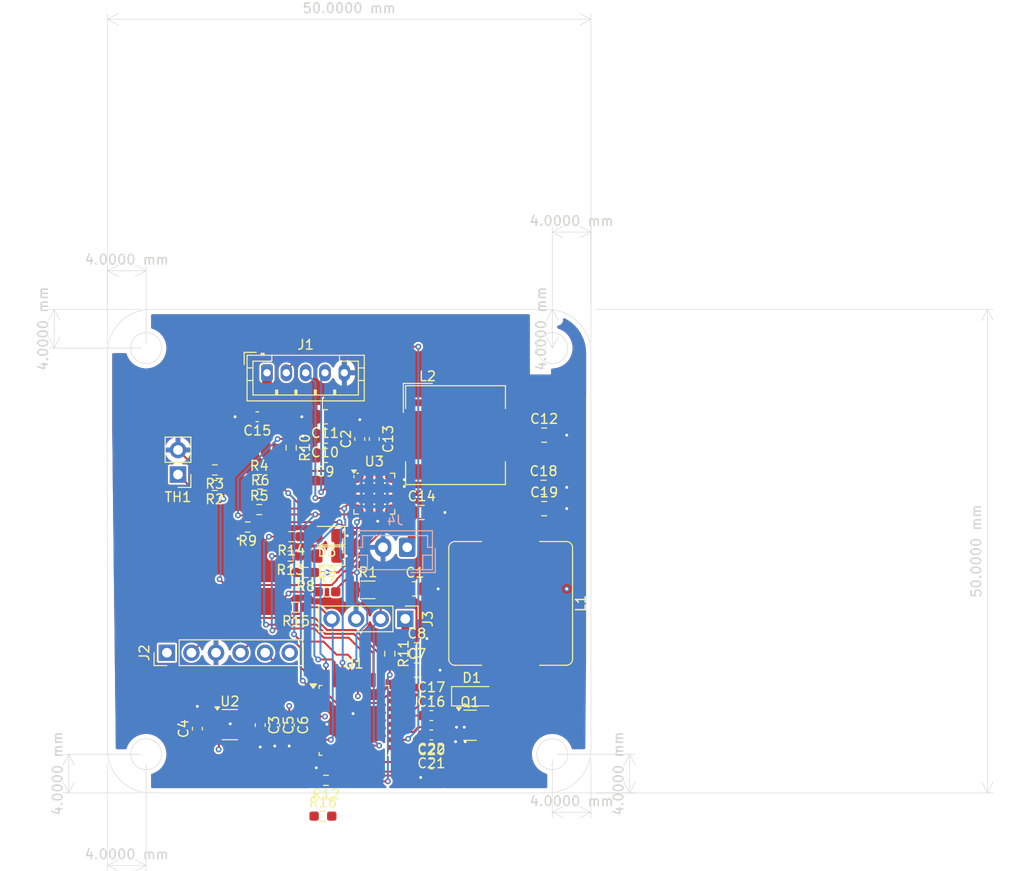
<source format=kicad_pcb>
(kicad_pcb (version 20240108) (generator "pcbnew") (generator_version "8.0")
  (layers (0 "F.Cu" signal) (1 "In1.Cu" power) (2 "In2.Cu" power) (31 "B.Cu" signal) (34 "B.Paste" user) (35 "F.Paste" user) (36 "B.SilkS" user "B.Silkscreen") (37 "F.SilkS" user "F.Silkscreen") (38 "B.Mask" user) (39 "F.Mask" user) (44 "Edge.Cuts" user))
  (net 0 "")
  (net 1 "+12V")
  (net 2 "GND")
  (net 3 "Net-(U3-REGN)")
  (net 4 "+3V3")
  (net 5 "VSYS")
  (net 6 "Net-(U3-PMID)")
  (net 7 "Net-(U3-BTST)")
  (net 8 "+BATT")
  (net 9 "VBUS")
  (net 10 "Net-(U1-PA10{slash}UCPD1_DBCC2)")
  (net 11 "GATE")
  (net 12 "Net-(U1-PA11{slash}PA9)")
  (net 13 "Net-(U1-PA7)")
  (net 14 "Net-(U1-PB0)")
  (net 15 "Net-(U1-PB1)")
  (net 16 "Net-(D1-A)")
  (net 17 "D+")
  (net 18 "CC1")
  (net 19 "D-")
  (net 20 "SYS_SWCLK")
  (net 21 "SYS_SWDIO")
  (net 23 "NRST")
  (net 24 "Ambient_Light")
  (net 25 "I_SNS")
  (net 26 "Net-(R2-Pad2)")
  (net 27 "Net-(U3-TS)")
  (net 28 "STAT")
  (net 29 "SDA")
  (net 30 "SCL")
  (net 31 "INT")
  (net 32 "CE")
  (net 33 "OTG")
  (net 34 "Net-(U3-DSEL)")
  (net 35 "U_SNS")
  (net 36 "Net-(U1-PB3)")
  (net 37 "Net-(U1-PA15)")
  (net 49 "/Battery-Charger/SW")
  (net 50 "Net-(D2-A)")
  (net 51 "Net-(D3-A)")
  (footprint "Resistor_SMD:R_0603_1608Metric_Pad0.98x0.95mm_HandSolder" (layer "F.Cu") (at 136.2 87.2)
    (property "Reference" "R5")
    (property "Value" "10k")
  )
  (footprint "Resistor_SMD:R_0603_1608Metric_Pad0.98x0.95mm_HandSolder" (layer "F.Cu") (at 142.7875 118.9)
    (property "Reference" "R16")
    (property "Value" "10k")
  )
  (footprint "Capacitor_SMD:C_0805_2012Metric_Pad1.18x1.45mm_HandSolder" (layer "F.Cu") (at 165.6625 87.1)
    (property "Reference" "C19")
    (property "Value" "22uf, 25VDC")
  )
  (footprint "Capacitor_SMD:C_0603_1608Metric_Pad1.08x0.95mm_HandSolder" (layer "F.Cu") (at 146.6 79.9 90)
    (property "Reference" "C2")
    (property "Value" "4.7uF 10V")
  )
  (footprint "Package_TO_SOT_SMD:SOT-23" (layer "F.Cu") (at 158 109.5)
    (property "Reference" "Q1")
    (property "Value" "DMG3404L")
  )
  (footprint "LED_SMD:LED_0805_2012Metric_Pad1.15x1.40mm_HandSolder" (layer "F.Cu") (at 143.2 92 180)
    (property "Reference" "D2")
    (property "Value" "Green")
  )
  (footprint "Capacitor_SMD:C_0805_2012Metric_Pad1.18x1.45mm_HandSolder" (layer "F.Cu") (at 143 81.6 180)
    (property "Reference" "C9")
    (property "Value" "22uf, 25VDC")
  )
  (footprint "Capacitor_SMD:C_0603_1608Metric_Pad1.08x0.95mm_HandSolder" (layer "F.Cu") (at 136 77.6 180)
    (property "Reference" "C15")
    (property "Value" "1uF, 25VDC")
  )
  (footprint "Resistor_SMD:R_0603_1608Metric_Pad0.98x0.95mm_HandSolder" (layer "F.Cu") (at 141 93.7 180)
    (property "Reference" "R8")
    (property "Value" "10k")
  )
  (footprint "Package_DFN_QFN:Texas_RTW_WQFN-24-1EP_4x4mm_P0.5mm_EP2.7x2.7mm_ThermalVias" (layer "F.Cu") (at 148.1 85.55)
    (property "Reference" "U3")
    (property "Value" "BQ25895RTW")
  )
  (footprint "Capacitor_SMD:C_0805_2012Metric_Pad1.18x1.45mm_HandSolder" (layer "F.Cu") (at 165.6 84.9)
    (property "Reference" "C18")
    (property "Value" "22uf, 25VDC")
  )
  (footprint "Resistor_SMD:R_0603_1608Metric_Pad0.98x0.95mm_HandSolder" (layer "F.Cu") (at 139.5 80.8 -90)
    (property "Reference" "R10")
    (property "Value" "10k")
  )
  (footprint "Capacitor_SMD:C_0603_1608Metric_Pad1.08x0.95mm_HandSolder" (layer "F.Cu") (at 139.3 109.4875 -90)
    (property "Reference" "C6")
    (property "Value" "100n 10V")
  )
  (footprint "Capacitor_SMD:C_0805_2012Metric_Pad1.18x1.45mm_HandSolder" (layer "F.Cu") (at 143 79.6 180)
    (property "Reference" "C10")
    (property "Value" "22uf, 25VDC")
  )
  (footprint "LED_SMD:LED_0805_2012Metric_Pad1.15x1.40mm_HandSolder" (layer "F.Cu") (at 143.2 89.9 180)
    (property "Reference" "D3")
    (property "Value" "Red")
  )
  (footprint "Capacitor_SMD:C_0805_2012Metric_Pad1.18x1.45mm_HandSolder" (layer "F.Cu") (at 152.5 101.7)
    (property "Reference" "C8")
    (property "Value" "22uf, 25VDC")
  )
  (footprint "Package_TO_SOT_SMD:SOT-23-5" (layer "F.Cu") (at 133.1625 109.4375)
    (property "Reference" "U2")
    (property "Value" "MIC5504-3.3YM5")
  )
  (footprint "Capacitor_SMD:C_0805_2012Metric_Pad1.18x1.45mm_HandSolder" (layer "F.Cu") (at 165.6625 79.5)
    (property "Reference" "C12")
    (property "Value" "22uf, 25VDC")
  )
  (footprint "Capacitor_SMD:C_0805_2012Metric_Pad1.18x1.45mm_HandSolder" (layer "F.Cu") (at 143 77.6 180)
    (property "Reference" "C11")
    (property "Value" "22uf, 25VDC")
  )
  (footprint "Resistor_SMD:R_0603_1608Metric_Pad0.98x0.95mm_HandSolder" (layer "F.Cu") (at 149.7 102.1 -90)
    (property "Reference" "R11")
    (property "Value" "30.1k")
  )
  (footprint "Capacitor_SMD:C_0805_2012Metric_Pad1.18x1.45mm_HandSolder" (layer "F.Cu") (at 153 87.5)
    (property "Reference" "C14")
    (property "Value" "22uf, 25VDC")
  )
  (footprint "Package_QFP:LQFP-32_7x7mm_P0.8mm" (layer "F.Cu") (at 146 109)
    (property "Reference" "U1")
    (property "Value" "STM32G071KBTx")
  )
  (footprint "Resistor_SMD:R_1206_3216Metric_Pad1.30x1.75mm_HandSolder" (layer "F.Cu") (at 147.45 95.5)
    (property "Reference" "R1")
    (property "Value" "0.5 Ohm 1W")
  )
  (footprint "Resistor_SMD:R_0603_1608Metric_Pad0.98x0.95mm_HandSolder" (layer "F.Cu") (at 143.2 95.7)
    (property "Reference" "R7")
    (property "Value" "10k")
  )
  (footprint "Resistor_SMD:R_0603_1608Metric_Pad0.98x0.95mm_HandSolder" (layer "F.Cu") (at 135 89 180)
    (property "Reference" "R9")
    (property "Value" "10k")
  )
  (footprint "Capacitor_SMD:C_0603_1608Metric_Pad1.08x0.95mm_HandSolder" (layer "F.Cu") (at 154 112 180)
    (property "Reference" "C21")
    (property "Value" "47nF")
  )
  (footprint "Inductor_SMD:L_Bourns_SRR1260_handsolder" (layer "F.Cu") (at 162.2 96.9 -90)
    (property "Reference" "L1")
    (property "Value" "22uH 4A")
  )
  (footprint "Capacitor_SMD:C_0603_1608Metric_Pad1.08x0.95mm_HandSolder" (layer "F.Cu") (at 137.8 109.4875 -90)
    (property "Reference" "C5")
    (property "Value" "4.7uF 10V")
  )
  (footprint "Resistor_SMD:R_0603_1608Metric_Pad0.98x0.95mm_HandSolder" (layer "F.Cu") (at 139.5125 90 180)
    (property "Reference" "R14")
    (property "Value" "10k")
  )
  (footprint "Capacitor_SMD:C_0603_1608Metric_Pad1.08x0.95mm_HandSolder" (layer "F.Cu") (at 154 113.5)
    (property "Reference" "C20")
    (property "Value" "47nF")
  )
  (footprint "Resistor_SMD:R_0603_1608Metric_Pad0.98x0.95mm_HandSolder" (layer "F.Cu") (at 131.6 83.1 180)
    (property "Reference" "R3")
    (property "Value" "30.1k")
  )
  (footprint "Resistor_SMD:R_0603_1608Metric_Pad0.98x0.95mm_HandSolder" (layer "F.Cu") (at 131.6 84.7 180)
    (property "Reference" "R2")
    (property "Value" "5.2K")
  )
  (footprint "Resistor_SMD:R_0603_1608Metric_Pad0.98x0.95mm_HandSolder" (layer "F.Cu") (at 139.425 92 180)
    (property "Reference" "R13")
    (property "Value" "10k")
  )
  (footprint "Connector_PinHeader_2.54mm:PinHeader_1x06_P2.54mm_Vertical" (layer "F.Cu") (at 126.65 102 90)
    (property "Reference" "J2")
    (property "Value" "Conn_01x06")
  )
  (footprint "Connector_PinHeader_2.54mm:PinHeader_1x04_P2.54mm_Vertical" (layer "F.Cu") (at 151.3 98.5 -90)
    (property "Reference" "J3")
    (property "Value" "Conn_01x04")
  )
  (footprint "Connector_PinHeader_2.54mm:PinHeader_1x02_P2.54mm_Vertical" (layer "F.Cu") (at 127.8 83.575 180)
    (property "Reference" "TH1")
    (property "Value" "103AT-2")
  )
  (footprint "Capacitor_SMD:C_0603_1608Metric_Pad1.08x0.95mm_HandSolder" (layer "F.Cu") (at 154 110.5 180)
    (property "Reference" "C22")
    (property "Value" "47nF")
  )
  (footprint "Capacitor_SMD:C_0603_1608Metric_Pad1.08x0.95mm_HandSolder" (layer "F.Cu") (at 148.1 79.9 -90)
    (property "Reference" "C13")
    (property "Value" "47nF")
  )
  (footprint "Capacitor_SMD:C_0603_1608Metric_Pad1.08x0.95mm_HandSolder" (layer "F.Cu") (at 136.3 109.4875 -90)
    (property "Reference" "C3")
    (property "Value" "1uF, 25VDC")
  )
  (footprint "Resistor_SMD:R_0603_1608Metric_Pad0.98x0.95mm_HandSolder" (layer "F.Cu") (at 140 97.3 180)
    (property "Reference" "R15")
    (property "Value" "10k")
  )
  (footprint "Inductor_SMD:L_PSA_WLPMA0A040" (layer "F.Cu") (at 156.5 79.5)
    (property "Reference" "L2")
    (property "Value" "2.2uH 10A")
  )
  (footprint "Capacitor_SMD:C_0603_1608Metric_Pad1.08x0.95mm_HandSolder" (layer "F.Cu") (at 154 108.5)
    (property "Reference" "C16")
    (property "Value" "47nF")
  )
  (footprint "Resistor_SMD:R_0603_1608Metric_Pad0.98x0.95mm_HandSolder" (layer "F.Cu") (at 136.2 84.1)
    (property "Reference" "R4")
    (property "Value" "10k")
  )
  (footprint "Resistor_SMD:R_0603_1608Metric_Pad0.98x0.95mm_HandSolder" (layer "F.Cu") (at 143.1 115.2 180)
    (property "Reference" "R12")
    (property "Value" "10k")
  )
  (footprint "Resistor_SMD:R_0603_1608Metric_Pad0.98x0.95mm_HandSolder" (layer "F.Cu") (at 136.3 85.6)
    (property "Reference" "R6")
    (property "Value" "10k")
  )
  (footprint "Connector_JST:JST_PH_B5B-PH-K_1x05_P2.00mm_Vertical" (layer "F.Cu") (at 137 73.05)
    (property "Reference" "J1")
    (property "Value" "Conn_01x05")
  )
  (footprint "Diode_SMD:D_SOD-123F" (layer "F.Cu") (at 158.3 106.5)
    (property "Reference" "D1")
    (property "Value" "PMEG3020EH")
  )
  (footprint "Capacitor_SMD:C_0805_2012Metric_Pad1.18x1.45mm_HandSolder" (layer "F.Cu") (at 152.5 103.8)
    (property "Reference" "C7")
    (property "Value" "22uf, 25VDC")
  )
  (footprint "Capacitor_SMD:C_0603_1608Metric_Pad1.08x0.95mm_HandSolder" (layer "F.Cu") (at 154 107)
    (property "Reference" "C17")
    (property "Value" "47nF")
  )
  (footprint "Capacitor_SMD:C_0603_1608Metric_Pad1.08x0.95mm_HandSolder" (layer "F.Cu") (at 129.8 109.85 90)
    (property "Reference" "C4")
    (property "Value" "1uF, 25VDC")
  )
  (footprint "Capacitor_SMD:C_0805_2012Metric_Pad1.18x1.45mm_HandSolder" (layer "F.Cu") (at 152.3 95.4)
    (property "Reference" "C1")
    (property "Value" "22uf, 25VDC")
  )
  (footprint "Connector_JST:JST_EH_B2B-EH-A_1x02_P2.50mm_Vertical" (layer "B.Cu") (at 151.5 91.1 180)
    (property "Reference" "J4")
    (property "Value" "Conn_01x02")
  )
  (gr_line (start 125 116.5) (end 166 116.5) (stroke (width 0.05)) (layer "Edge.Cuts"))
  (gr_arc (start 170.5 112) (mid 169.181981 115.181981) (end 166 116.5) (stroke (width 0.05)) (layer "Edge.Cuts"))
  (gr_line (start 170.5 112) (end 170.5 71) (stroke (width 0.05)) (layer "Edge.Cuts"))
  (gr_arc (start 125 116.5) (mid 121.818019 115.181981) (end 120.5 112) (stroke (width 0.05)) (layer "Edge.Cuts"))
  (gr_arc (start 166 66.5) (mid 169.181981 67.818019) (end 170.5 71) (stroke (width 0.05)) (layer "Edge.Cuts"))
  (gr_line (start 166 66.5) (end 125 66.5) (stroke (width 0.05)) (layer "Edge.Cuts"))
  (gr_circle (center 124.5 70.5) (end 126.1 70.5) (stroke (width 0.05)) (fill none) (layer "Edge.Cuts"))
  (gr_line (start 120.5 71) (end 120.5 112) (stroke (width 0.05)) (layer "Edge.Cuts"))
  (gr_arc (start 120.5 71) (mid 121.818019 67.818019) (end 125 66.5) (stroke (width 0.05)) (layer "Edge.Cuts"))
  (gr_circle (center 166.5 70.5) (end 168.1 70.5) (stroke (width 0.05)) (fill none) (layer "Edge.Cuts"))
  (gr_circle (center 124.5 112.5) (end 126.1 112.5) (stroke (width 0.05)) (fill none) (layer "Edge.Cuts"))
  (gr_circle (center 166.5 112.5) (end 168.1 112.5) (stroke (width 0.05)) (fill none) (layer "Edge.Cuts"))
  (dimension (type aligned) (layer "Edge.Cuts") (pts (xy 170.5 66.5) (xy 120.5 66.5)) (height 30) (gr_text "50.0000 mm" (at 145.5 35.35 0) (layer "Edge.Cuts") (effects (font (size 1 1) (thickness 0.15)))) (format (prefix "") (suffix "") (units 3) (units_format 1) (precision 4)) (style (thickness 0.05) (arrow_length 1.27) (text_position_mode 0) (extension_height 0.58642) (extension_offset 0.5) keep_text_aligned))
  (dimension (type aligned) (layer "Edge.Cuts") (pts (xy 170.5 70.5) (xy 166.5 70.5)) (height 12) (gr_text "4.0000 mm" (at 168.5 57.35 0) (layer "Edge.Cuts") (effects (font (size 1 1) (thickness 0.15)))) (format (prefix "") (suffix "") (units 3) (units_format 1) (precision 4)) (style (thickness 0.05) (arrow_length 1.27) (text_position_mode 0) (extension_height 0.58642) (extension_offset 0.5) keep_text_aligned))
  (dimension (type aligned) (layer "Edge.Cuts") (pts (xy 124.5 113) (xy 120.5 113)) (height -11) (gr_text "4.0000 mm" (at 122.5 122.85 0) (layer "Edge.Cuts") (effects (font (size 1 1) (thickness 0.15)))) (format (prefix "") (suffix "") (units 3) (units_format 1) (precision 4)) (style (thickness 0.05) (arrow_length 1.27) (text_position_mode 0) (extension_height 0.58642) (extension_offset 0.5) keep_text_aligned))
  (dimension (type aligned) (layer "Edge.Cuts") (pts (xy 166.5 112.5) (xy 166.5 116.5)) (height -8) (gr_text "4.0000 mm" (at 173.35 114.5 90) (layer "Edge.Cuts") (effects (font (size 1 1) (thickness 0.15)))) (format (prefix "") (suffix "") (units 3) (units_format 1) (precision 4)) (style (thickness 0.05) (arrow_length 1.27) (text_position_mode 0) (extension_height 0.58642) (extension_offset 0.5) keep_text_aligned))
  (dimension (type aligned) (layer "Edge.Cuts") (pts (xy 124.5 70.5) (xy 120.5 70.5)) (height 8) (gr_text "4.0000 mm" (at 122.5 61.35 0) (layer "Edge.Cuts") (effects (font (size 1 1) (thickness 0.15)))) (format (prefix "") (suffix "") (units 3) (units_format 1) (precision 4)) (style (thickness 0.05) (arrow_length 1.27) (text_position_mode 0) (extension_height 0.58642) (extension_offset 0.5) keep_text_aligned))
  (dimension (type aligned) (layer "Edge.Cuts") (pts (xy 124.5 112.5) (xy 124.5 116.5)) (height 8) (gr_text "4.0000 mm" (at 115.35 114.5 90) (layer "Edge.Cuts") (effects (font (size 1 1) (thickness 0.15)))) (format (prefix "") (suffix "") (units 3) (units_format 1) (precision 4)) (style (thickness 0.05) (arrow_length 1.27) (text_position_mode 0) (extension_height 0.58642) (extension_offset 0.5) keep_text_aligned))
  (dimension (type aligned) (layer "Edge.Cuts") (pts (xy 166.5 70.5) (xy 166.5 66.5)) (height 0) (gr_text "4.0000 mm" (at 165.35 68.5 90) (layer "Edge.Cuts") (effects (font (size 1 1) (thickness 0.15)))) (format (prefix "") (suffix "") (units 3) (units_format 1) (precision 4)) (style (thickness 0.05) (arrow_length 1.27) (text_position_mode 0) (extension_height 0.58642) (extension_offset 0.5) keep_text_aligned))
  (dimension (type aligned) (layer "Edge.Cuts") (pts (xy 166.5 112.5) (xy 170.5 112.5)) (height 6) (gr_text "4.0000 mm" (at 168.5 117.35 0) (layer "Edge.Cuts") (effects (font (size 1 1) (thickness 0.15)))) (format (prefix "") (suffix "") (units 3) (units_format 1) (precision 4)) (style (thickness 0.05) (arrow_length 1.27) (text_position_mode 0) (extension_height 0.58642) (extension_offset 0.5) keep_text_aligned))
  (dimension (type aligned) (layer "Edge.Cuts") (pts (xy 170.5 66.5) (xy 170.5 116.5)) (height -41) (gr_text "50.0000 mm" (at 210.35 91.5 90) (layer "Edge.Cuts") (effects (font (size 1 1) (thickness 0.15)))) (format (prefix "") (suffix "") (units 3) (units_format 1) (precision 4)) (style (thickness 0.05) (arrow_length 1.27) (text_position_mode 0) (extension_height 0.58642) (extension_offset 0.5) keep_text_aligned))
  (dimension (type aligned) (layer "Edge.Cuts") (pts (xy 124.5 70.5) (xy 124.5 66.5)) (height -9.5) (gr_text "4.0000 mm" (at 113.85 68.5 90) (layer "Edge.Cuts") (effects (font (size 1 1) (thickness 0.15)))) (format (prefix "") (suffix "") (units 3) (units_format 1) (precision 4)) (style (thickness 0.05) (arrow_length 1.27) (text_position_mode 0) (extension_height 0.58642) (extension_offset 0.5) keep_text_aligned))
  (segment (start 151.4625 101.7) (end 151.4625 101.5375) (width 0.8) (layer "F.Cu") (net 1))
  (segment (start 149.7 101.1875) (end 150.95 101.1875) (width 0.2) (layer "F.Cu") (net 1))
  (segment (start 152 105.6) (end 151.4625 105.0625) (width 0.8) (layer "F.Cu") (net 1))
  (segment (start 151.3 101.375) (end 151.3 98.5) (width 0.8) (layer "F.Cu") (net 1))
  (segment (start 151.4625 105.0625) (end 151.4625 103.8) (width 0.8) (layer "F.Cu") (net 1))
  (segment (start 152 105.6) (end 156 105.6) (width 0.8) (layer "F.Cu") (net 1))
  (segment (start 156 105.6) (end 156.9 106.5) (width 0.8) (layer "F.Cu") (net 1))
  (segment (start 150.95 101.1875) (end 151.4625 101.7) (width 0.2) (layer "F.Cu") (net 1))
  (segment (start 151.4625 103.8) (end 151.4625 101.7) (width 0.8) (layer "F.Cu") (net 1))
  (segment (start 151.4625 101.5375) (end 151.3 101.375) (width 0.8) (layer "F.Cu") (net 1))
  (segment (start 141.3 81.6) (end 140.8 81.1) (width 0.2) (layer "F.Cu") (net 2))
  (segment (start 132.025 109.4375) (end 133.1125 109.4375) (width 0.2) (layer "F.Cu") (net 2))
  (segment (start 133.1125 109.4375) (end 133.2 109.35) (width 0.2) (layer "F.Cu") (net 2))
  (segment (start 142.1875 113.9875) (end 142.1 113.9) (width 0.2) (layer "F.Cu") (net 2))
  (segment (start 157.4 110.1125) (end 157.4 109.7) (width 0.2) (layer "F.Cu") (net 2))
  (segment (start 146.6 79.0375) (end 146.6 77.9) (width 0.2) (layer "F.Cu") (net 2))
  (segment (start 156.5 111.0125) (end 156.5 111.2) (width 0.2) (layer "F.Cu") (net 2))
  (segment (start 153.3375 95.4) (end 154.7 95.4) (width 0.2) (layer "F.Cu") (net 2))
  (segment (start 144.225 89.9) (end 145.3 89.9) (width 0.2) (layer "F.Cu") (net 2))
  (segment (start 144.225 92) (end 145.2 92) (width 0.2) (layer "F.Cu") (net 2))
  (segment (start 138.8 93.7) (end 138.7 93.8) (width 0.2) (layer "F.Cu") (net 2))
  (segment (start 146.22 95.82) (end 145.9 95.5) (width 0.2) (layer "F.Cu") (net 2))
  (segment (start 153.5375 103.8) (end 154.9 103.8) (width 0.2) (layer "F.Cu") (net 2))
  (segment (start 157.5 111.2) (end 157.5 110.8875) (width 0.2) (layer "F.Cu") (net 2))
  (segment (start 156.6 109.9875) (end 156.6 109.7) (width 0.2) (layer "F.Cu") (net 2))
  (segment (start 130.6875 83.1) (end 129.865 83.1) (width 0.2) (layer "F.Cu") (net 2))
  (segment (start 148.35 87.5125) (end 148.35 88.3) (width 0.2) (layer "F.Cu") (net 2))
  (segment (start 154.0375 87.5) (end 154.0375 87.4625) (width 0.2) (layer "F.Cu") (net 2))
  (segment (start 166.7 79.5) (end 168 79.5) (width 0.2) (layer "F.Cu") (net 2))
  (segment (start 151 84.3) (end 151.2 84.1) (width 0.2) (layer "F.Cu") (net 2))
  (segment (start 154.0375 87.5) (end 155.4 87.5) (width 0.2) (layer "F.Cu") (net 2))
  (segment (start 141.9625 81.6) (end 141.3 81.6) (width 0.2) (layer "F.Cu") (net 2))
  (segment (start 129.8 108.9875) (end 129.8 107.55) (width 0.2) (layer "F.Cu") (net 2))
  (segment (start 153.5 100.5) (end 153.5375 100.5375) (width 0.2) (layer "F.Cu") (net 2))
  (segment (start 150.0625 84.3) (end 151 84.3) (width 0.2) (layer "F.Cu") (net 2))
  (segment (start 141.825 109.4) (end 143.2 109.4) (width 0.2) (layer "F.Cu") (net 2))
  (segment (start 157.0625 110.45) (end 157.4 110.1125) (width 0.2) (layer "F.Cu") (net 2))
  (segment (start 166.7 87.1) (end 168 87.1) (width 0.2) (layer "F.Cu") (net 2))
  (segment (start 134.0875 89) (end 134.0875 90.1125) (width 0.2) (layer "F.Cu") (net 2))
  (segment (start 157.0625 110.45) (end 156.5 111.0125) (width 0.2) (layer "F.Cu") (net 2))
  (segment (start 148.35 88.3) (end 148.45 88.4) (width 0.2) (layer "F.Cu") (net 2))
  (segment (start 130.25 109.4375) (end 129.8 108.9875) (width 0.2) (layer "F.Cu") (net 2))
  (segment (start 157.0625 110.45) (end 156.6 109.9875) (width 0.2) (layer "F.Cu") (net 2))
  (segment (start 142.1875 115.2) (end 142.1875 113.9875) (width 0.2) (layer "F.Cu") (net 2))
  (segment (start 141.9625 79.6) (end 140.7 79.6) (width 0.2) (layer "F.Cu") (net 2))
  (segment (start 139.3 110.35) (end 139.3 111.65) (width 0.2) (layer "F.Cu") (net 2))
  (segment (start 129.865 83.1) (end 127.8 81.035) (width 0.2) (layer "F.Cu") (net 2))
  (segment (start 136.3 110.35) (end 136.3 111.75) (width 0.2) (layer "F.Cu") (net 2))
  (segment (start 140.0875 93.7) (end 138.8 93.7) (width 0.2) (layer "F.Cu") (net 2))
  (segment (start 134.0875 90.1125) (end 134 90.2) (width 0.2) (layer "F.Cu") (net 2))
  (segment (start 154.0375 87.4625) (end 154.1 87.4) (width 0.2) (layer "F.Cu") (net 2))
  (segment (start 166.6375 84.9) (end 168 84.9) (width 0.2) (layer "F.Cu") (net 2))
  (segment (start 132.025 109.4375) (end 130.25 109.4375) (width 0.2) (layer "F.Cu") (net 2))
  (segment (start 156.6 111.2) (end 156.5 111.2) (width 0.2) (layer "F.Cu") (net 2))
  (segment (start 141.9625 77.6) (end 140.6 77.6) (width 0.2) (layer "F.Cu") (net 2))
  (segment (start 157.5 110.8875) (end 157.0625 110.45) (width 0.2) (layer "F.Cu") (net 2))
  (segment (start 135.1375 77.6) (end 133.7 77.6) (width 0.2) (layer "F.Cu") (net 2))
  (segment (start 153.5375 102) (end 153.5375 100.5375) (width 0.2) (layer "F.Cu") (net 2))
  (segment (start 150.0625 84.8) (end 151.2 84.8) (width 0.2) (layer "F.Cu") (net 2))
  (segment (start 137.8 110.35) (end 137.8 111.65) (width 0.2) (layer "F.Cu") (net 2))
  (segment (start 146.22 98.5) (end 146.22 95.82) (width 0.2) (layer "F.Cu") (net 2))
  (via (at 145.3 89.9) (size 0.6) (drill 0.3) (layers "F.Cu" "B.Cu") (net 2))
  (via (at 146.6 77.9) (size 0.6) (drill 0.3) (layers "F.Cu" "B.Cu") (net 2))
  (via (at 151.2 84.1) (size 0.6) (drill 0.3) (layers "F.Cu" "B.Cu") (net 2))
  (via (at 151.2 84.8) (size 0.6) (drill 0.3) (layers "F.Cu" "B.Cu") (net 2))
  (via (at 154.9 103.8) (size 0.6) (drill 0.3) (layers "F.Cu" "B.Cu") (net 2))
  (via (at 153.5375 100.5375) (size 0.6) (drill 0.3) (layers "F.Cu" "B.Cu") (net 2))
  (via (at 139.3 111.65) (size 0.6) (drill 0.3) (layers "F.Cu" "B.Cu") (net 2))
  (via (at 143.2 109.4) (size 0.6) (drill 0.3) (layers "F.Cu" "B.Cu") (net 2))
  (via (at 134 90.2) (size 0.6) (drill 0.3) (layers "F.Cu" "B.Cu") (net 2))
  (via (at 129.8 107.55) (size 0.6) (drill 0.3) (layers "F.Cu" "B.Cu") (net 2))
  (via (at 142.1 113.9) (size 0.6) (drill 0.3) (layers "F.Cu" "B.Cu") (net 2))
  (via (at 140.6 77.6) (size 0.6) (drill 0.3) (layers "F.Cu" "B.Cu") (net 2))
  (via (at 137.8 111.65) (size 0.6) (drill 0.3) (layers "F.Cu" "B.Cu") (net 2))
  (via (at 168 84.9) (size 0.6) (drill 0.3) (layers "F.Cu" "B.Cu") (net 2))
  (via (at 136.3 111.75) (size 0.6) (drill 0.3) (layers "F.Cu" "B.Cu") (net 2))
  (via (at 168 87.1) (size 0.6) (drill 0.3) (layers "F.Cu" "B.Cu") (net 2))
  (via (at 157.4 109.7) (size 0.6) (drill 0.3) (layers "F.Cu" "B.Cu") (net 2))
  (via (at 156.6 109.7) (size 0.6) (drill 0.3) (layers "F.Cu" "B.Cu") (net 2))
  (via (at 155.4 87.5) (size 0.6) (drill 0.3) (layers "F.Cu" "B.Cu") (net 2))
  (via (at 152.9 114.9) (size 0.6) (drill 0.3) (layers "F.Cu" "B.Cu") (net 2))
  (via (at 138.7 93.8) (size 0.6) (drill 0.3) (layers "F.Cu" "B.Cu") (net 2))
  (via (at 140.7 79.6) (size 0.6) (drill 0.3) (layers "F.Cu" "B.Cu") (net 2))
  (via (at 156.5 111.2) (size 0.6) (drill 0.3) (layers "F.Cu" "B.Cu") (net 2))
  (via (at 145.9 108.3) (size 0.6) (drill 0.3) (layers "F.Cu" "B.Cu") (net 2))
  (via (at 145.2 92) (size 0.6) (drill 0.3) (layers "F.Cu" "B.Cu") (net 2))
  (via (at 140.8 81.1) (size 0.6) (drill 0.3) (layers "F.Cu" "B.Cu") (net 2))
  (via (at 148.45 88.4) (size 0.6) (drill 0.3) (layers "F.Cu" "B.Cu") (net 2))
  (via (at 168 79.5) (size 0.6) (drill 0.3) (layers "F.Cu" "B.Cu") (net 2))
  (via (at 154.7 95.4) (size 0.6) (drill 0.3) (layers "F.Cu" "B.Cu") (net 2))
  (via (at 133.7 77.6) (size 0.6) (drill 0.3) (layers "F.Cu" "B.Cu") (net 2))
  (via (at 157.5 111.2) (size 0.6) (drill 0.3) (layers "F.Cu" "B.Cu") (net 2))
  (via (at 133.2 109.35) (size 0.6) (drill 0.3) (layers "F.Cu" "B.Cu") (net 2))
  (segment (start 147.75 81.9) (end 147.85 82) (width 0.2) (layer "F.Cu") (net 3))
  (segment (start 146.6 80.7625) (end 147.7375 81.9) (width 0.2) (layer "F.Cu") (net 3))
  (segment (start 147.85 81.95) (end 147.85 82) (width 0.2) (layer "F.Cu") (net 3))
  (segment (start 147.7375 81.9) (end 147.75 81.9) (width 0.2) (layer "F.Cu") (net 3))
  (segment (start 147.85 82) (end 147.85 83.5875) (width 0.2) (layer "F.Cu") (net 3))
  (segment (start 134.6875 87.8) (end 135.3875 87.1) (width 0.2) (layer "F.Cu") (net 4))
  (segment (start 137.8 108.625) (end 136.3 108.625) (width 0.2) (layer "F.Cu") (net 4))
  (segment (start 139.3 108.625) (end 139.3 107.5) (width 0.2) (layer "F.Cu") (net 4))
  (segment (start 135.3875 87.1) (end 135.3875 84.2) (width 0.2) (layer "F.Cu") (net 4))
  (segment (start 139.4 95.7) (end 139.224265 95.875735) (width 0.2) (layer "F.Cu") (net 4))
  (segment (start 139.3 108.625) (end 137.8 108.625) (width 0.2) (layer "F.Cu") (net 4))
  (segment (start 138.85 96.25) (end 139.224265 95.875735) (width 0.2) (layer "F.Cu") (net 4))
  (segment (start 138.1125 79.8875) (end 138.1 79.9) (width 0.2) (layer "F.Cu") (net 4))
  (segment (start 134 87.8) (end 134.6875 87.8) (width 0.2) (layer "F.Cu") (net 4))
  (segment (start 136.1625 108.4875) (end 136.3 108.625) (width 0.2) (layer "F.Cu") (net 4))
  (segment (start 139.5 79.8875) (end 138.1125 79.8875) (width 0.2) (layer "F.Cu") (net 4))
  (segment (start 143.2 108.6) (end 143 108.6) (width 0.2) (layer "F.Cu") (net 4))
  (segment (start 135.2875 87.2) (end 135.2875 84.1) (width 0.2) (layer "F.Cu") (net 4))
  (segment (start 141.825 108.6) (end 143 108.6) (width 0.2) (layer "F.Cu") (net 4))
  (segment (start 134.3 108.4875) (end 136.1625 108.4875) (width 0.2) (layer "F.Cu") (net 4))
  (segment (start 142.2875 95.7) (end 139.4 95.7) (width 0.2) (layer "F.Cu") (net 4))
  (segment (start 135.3875 84.2) (end 135.2875 84.1) (width 0.2) (layer "F.Cu") (net 4))
  (segment (start 138.85 97.2) (end 138.85 96.25) (width 0.2) (layer "F.Cu") (net 4))
  (via (at 139.3 107.5) (size 0.6) (drill 0.3) (layers "F.Cu" "B.Cu") (net 4))
  (via (at 138.1 79.9) (size 0.6) (drill 0.3) (layers "F.Cu" "B.Cu") (net 4))
  (via (at 143 108.6) (size 0.6) (drill 0.3) (layers "F.Cu" "B.Cu") (net 4))
  (via (at 139.224265 95.875735) (size 0.6) (drill 0.3) (layers "F.Cu" "B.Cu") (net 4))
  (via (at 134 87.8) (size 0.6) (drill 0.3) (layers "F.Cu" "B.Cu") (net 4))
  (segment (start 134 84) (end 138.1 79.9) (width 0.2) (layer "B.Cu") (net 4))
  (segment (start 134 87.8) (end 134 84) (width 0.2) (layer "B.Cu") (net 4))
  (segment (start 168 95.4) (end 166.4 95.4) (width 0.2) (layer "F.Cu") (net 5))
  (segment (start 131.7 110.7125) (end 132.025 110.3875) (width 0.2) (layer "F.Cu") (net 5))
  (segment (start 150.0625 85.3) (end 150.851471 85.3) (width 0.2) (layer "F.Cu") (net 5))
  (segment (start 161.1 82.5) (end 161.1 79.5) (width 0.6) (layer "F.Cu") (net 5))
  (segment (start 130.4875 106.95) (end 129.5 106.95) (width 0.2) (layer "F.Cu") (net 5))
  (segment (start 158.1 85.5) (end 161.1 82.5) (width 0.6) (layer "F.Cu") (net 5))
  (segment (start 128.4 110.65) (end 128.4625 110.7125) (width 0.2) (layer "F.Cu") (net 5))
  (segment (start 128.4625 110.7125) (end 129.8 110.7125) (width 0.2) (layer "F.Cu") (net 5))
  (segment (start 166.4 95.4) (end 162.2 91.2) (width 0.2) (layer "F.Cu") (net 5))
  (segment (start 150.851471 85.3) (end 151.063971 85.5125) (width 0.2) (layer "F.Cu") (net 5))
  (segment (start 150.924999 85.8) (end 151.2125 85.5125) (width 0.2) (layer "F.Cu") (net 5))
  (segment (start 128.4 108.05) (end 128.4 110.65) (width 0.2) (layer "F.Cu") (net 5))
  (segment (start 129.5 106.95) (end 128.4 108.05) (width 0.2) (layer "F.Cu") (net 5))
  (segment (start 132.025 111.975) (end 132 112) (width 0.2) (layer "F.Cu") (net 5))
  (segment (start 151.063971 85.5125) (end 151.2125 85.5125) (width 0.2) (layer "F.Cu") (net 5))
  (segment (start 132.025 110.3875) (end 132.025 111.975) (width 0.2) (layer "F.Cu") (net 5))
  (segment (start 151.225 85.5) (end 158.1 85.5) (width 0.6) (layer "F.Cu") (net 5))
  (segment (start 129.8 110.7125) (end 131.7 110.7125) (width 0.2) (layer "F.Cu") (net 5))
  (segment (start 150.0625 85.8) (end 150.924999 85.8) (width 0.2) (layer "F.Cu") (net 5))
  (segment (start 132.025 108.4875) (end 130.4875 106.95) (width 0.2) (layer "F.Cu") (net 5))
  (via (at 168 95.4) (size 0.6) (drill 0.3) (layers "F.Cu" "B.Cu") (net 5))
  (via (at 132 112) (size 0.6) (drill 0.3) (layers "F.Cu" "B.Cu") (net 5))
  (segment (start 148.1 80.7625) (end 148.35 81.0125) (width 0.2) (layer "F.Cu") (net 7))
  (segment (start 148.35 81.0125) (end 148.35 83.5875) (width 0.2) (layer "F.Cu") (net 7))
  (segment (start 150.7 86.3) (end 150.9 86.5) (width 0.2) (layer "F.Cu") (net 8))
  (segment (start 151.9625 87.5) (end 151.9625 90.6375) (width 0.8) (layer "F.Cu") (net 8))
  (segment (start 150.9 86.5) (end 151.9 87.5) (width 0.8) (layer "F.Cu") (net 8))
  (segment (start 151.9625 90.6375) (end 151.5 91.1) (width 0.2) (layer "F.Cu") (net 8))
  (segment (start 150.9 86.5) (end 150.6 86.8) (width 0.2) (layer "F.Cu") (net 8))
  (segment (start 150.0625 86.3) (end 150.7 86.3) (width 0.2) (layer "F.Cu") (net 8))
  (segment (start 150.6 86.8) (end 150.0625 86.8) (width 0.2) (layer "F.Cu") (net 8))
  (segment (start 151.9 87.5) (end 151.9625 87.5) (width 0.2) (layer "F.Cu") (net 8))
  (segment (start 136.8625 81.3625) (end 139.7 84.2) (width 1) (layer "F.Cu") (net 9))
  (segment (start 137 77.4625) (end 136.8625 77.6) (width 0.5) (layer "F.Cu") (net 9))
  (segment (start 136.8625 77.6) (end 136.8625 81.3625) (width 1) (layer "F.Cu") (net 9))
  (segment (start 145.1 84.3) (end 146.1375 84.3) (width 0.2) (layer "F.Cu") (net 9))
  (segment (start 139.7 84.2) (end 145 84.2) (width 1) (layer "F.Cu") (net 9))
  (segment (start 145 84.2) (end 145.1 84.3) (width 0.5) (layer "F.Cu") (net 9))
  (segment (start 137 73.05) (end 137 77.4625) (width 1) (layer "F.Cu") (net 9))
  (segment (start 150.275 108.5) (end 150.175 108.6) (width 0.2) (layer "F.Cu") (net 10))
  (segment (start 153.1375 108.5) (end 150.275 108.5) (width 0.2) (layer "F.Cu") (net 10))
  (segment (start 155.1 108.5) (end 155.15 108.55) (width 0.2) (layer "F.Cu") (net 11))
  (segment (start 152.633278 109.7) (end 154.0625 109.7) (width 0.2) (layer "F.Cu") (net 11))
  (segment (start 154.8625 108.5) (end 155.1 108.5) (width 0.2) (layer "F.Cu") (net 11))
  (segment (start 154.0625 109.7) (end 154.8625 110.5) (width 0.2) (layer "F.Cu") (net 11))
  (segment (start 154.8625 107) (end 154.8625 110.5) (width 0.2) (layer "F.Cu") (net 11))
  (segment (start 152.133278 110.2) (end 152.633278 109.7) (width 0.2) (layer "F.Cu") (net 11))
  (segment (start 150.175 110.2) (end 152.133278 110.2) (width 0.2) (layer "F.Cu") (net 11))
  (segment (start 155.15 108.55) (end 157.0625 108.55) (width 0.2) (layer "F.Cu") (net 11))
  (segment (start 154.8625 113.5) (end 154.8625 110.5) (width 0.2) (layer "F.Cu") (net 11))
  (segment (start 152.3375 107.8) (end 150.175 107.8) (width 0.2) (layer "F.Cu") (net 12))
  (segment (start 153.1375 107) (end 152.3375 107.8) (width 0.2) (layer "F.Cu") (net 12))
  (segment (start 151.9375 114.7) (end 153.1375 113.5) (width 0.2) (layer "F.Cu") (net 13))
  (segment (start 147.2 114.2) (end 147.7 114.7) (width 0.2) (layer "F.Cu") (net 13))
  (segment (start 147.7 114.7) (end 151.9375 114.7) (width 0.2) (layer "F.Cu") (net 13))
  (segment (start 147.2 113.175) (end 147.2 114.2) (width 0.2) (layer "F.Cu") (net 13))
  (segment (start 150.8 114.3) (end 153.1 112) (width 0.2) (layer "F.Cu") (net 14))
  (segment (start 148.375001 114.3) (end 150.8 114.3) (width 0.2) (layer "F.Cu") (net 14))
  (segment (start 148 113.175) (end 148 113.924999) (width 0.2) (layer "F.Cu") (net 14))
  (segment (start 148 113.924999) (end 148.375001 114.3) (width 0.2) (layer "F.Cu") (net 14))
  (segment (start 153.1 112) (end 153.1375 112) (width 0.2) (layer "F.Cu") (net 14))
  (segment (start 148.8 113.175) (end 148.925 113.3) (width 0.2) (layer "F.Cu") (net 15))
  (segment (start 148.925 113.3) (end 150.3375 113.3) (width 0.2) (layer "F.Cu") (net 15))
  (segment (start 150.3375 113.3) (end 153.1375 110.5) (width 0.2) (layer "F.Cu") (net 15))
  (segment (start 158.9375 109.5) (end 160.8 109.5) (width 2) (layer "F.Cu") (net 16))
  (segment (start 160.8 109.5) (end 161.1 109.2) (width 0.2) (layer "F.Cu") (net 16))
  (segment (start 142.6 85.4) (end 142.9 85.1) (width 0.2) (layer "F.Cu") (net 17))
  (segment (start 145.231372 85.1) (end 145.265686 85.065686) (width 0.2) (layer "F.Cu") (net 17))
  (segment (start 145.265686 85.065686) (end 145.531371 84.8) (width 0.2) (layer "F.Cu") (net 17))
  (segment (start 142.9 85.1) (end 145.231372 85.1) (width 0.2) (layer "F.Cu") (net 17))
  (segment (start 145.531371 84.8) (end 146.1375 84.8) (width 0.2) (layer "F.Cu") (net 17))
  (via (at 142.6 85.4) (size 0.6) (drill 0.3) (layers "F.Cu" "B.Cu") (net 17))
  (segment (start 142.6 73.45) (end 143 73.05) (width 0.2) (layer "B.Cu") (net 17))
  (segment (start 142.6 85.4) (end 142.6 73.45) (width 0.2) (layer "B.Cu") (net 17))
  (segment (start 151.5 111) (end 151.6 110.9) (width 0.2) (layer "F.Cu") (net 18))
  (segment (start 139 72.775) (end 139 73.05) (width 0.2) (layer "F.Cu") (net 18))
  (segment (start 141.425 70.35) (end 139 72.775) (width 0.2) (layer "F.Cu") (net 18))
  (segment (start 150.175 111) (end 151.5 111) (width 0.2) (layer "F.Cu") (net 18))
  (segment (start 152.65 70.35) (end 141.425 70.35) (width 0.2) (layer "F.Cu") (net 18))
  (via (at 152.65 70.35) (size 0.6) (drill 0.3) (layers "F.Cu" "B.Cu") (net 18))
  (via (at 151.6 110.9) (size 0.6) (drill 0.3) (layers "F.Cu" "B.Cu") (net 18))
  (segment (start 151.6 110.9) (end 152.65 109.85) (width 0.2) (layer "B.Cu") (net 18))
  (segment (start 152.65 109.85) (end 152.65 70.35) (width 0.2) (layer "B.Cu") (net 18))
  (segment (start 146.1375 85.3) (end 145.597058 85.3) (width 0.2) (layer "F.Cu") (net 19))
  (segment (start 143 86) (end 142 86) (width 0.2) (layer "F.Cu") (net 19))
  (segment (start 145.397058 85.5) (end 143.5 85.5) (width 0.2) (layer "F.Cu") (net 19))
  (segment (start 145.597058 85.3) (end 145.397058 85.5) (width 0.2) (layer "F.Cu") (net 19))
  (segment (start 143.5 85.5) (end 143 86) (width 0.2) (layer "F.Cu") (net 19))
  (via (at 142 86) (size 0.6) (drill 0.3) (layers "F.Cu" "B.Cu") (net 19))
  (segment (start 142 74.05) (end 141 73.05) (width 0.2) (layer "B.Cu") (net 19))
  (segment (start 142 86) (end 142 74.05) (width 0.2) (layer "B.Cu") (net 19))
  (segment (start 143.203654 99.65) (end 141.953654 98.4) (width 0.2) (layer "F.Cu") (net 20))
  (segment (start 146.15 99.65) (end 143.203654 99.65) (width 0.2) (layer "F.Cu") (net 20))
  (segment (start 141.953654 98.4) (end 132.79 98.4) (width 0.2) (layer "F.Cu") (net 20))
  (segment (start 132.79 98.4) (end 129.19 102) (width 0.2) (layer "F.Cu") (net 20))
  (segment (start 148.8 104.825) (end 148.8 102.3) (width 0.2) (layer "F.Cu") (net 20))
  (segment (start 148.8 102.3) (end 146.15 99.65) (width 0.2) (layer "F.Cu") (net 20))
  (segment (start 148.620494 107.2) (end 144.179506 107.2) (width 0.2) (layer "F.Cu") (net 21))
  (segment (start 140.5 101.523654) (end 139.826346 100.85) (width 0.2) (layer "F.Cu") (net 21))
  (segment (start 150.175 106.2) (end 149.925 106.45) (width 0.2) (layer "F.Cu") (net 21))
  (segment (start 149.925 106.45) (end 149.370494 106.45) (width 0.2) (layer "F.Cu") (net 21))
  (segment (start 135.42 100.85) (end 134.27 102) (width 0.2) (layer "F.Cu") (net 21))
  (segment (start 140.5 103.520494) (end 140.5 101.523654) (width 0.2) (layer "F.Cu") (net 21))
  (segment (start 149.370494 106.45) (end 148.620494 107.2) (width 0.2) (layer "F.Cu") (net 21))
  (segment (start 144.179506 107.2) (end 140.5 103.520494) (width 0.2) (layer "F.Cu") (net 21))
  (segment (start 139.826346 100.85) (end 135.42 100.85) (width 0.2) (layer "F.Cu") (net 21))
  (segment (start 141.075001 110.2) (end 140.075 109.199999) (width 0.2) (layer "F.Cu") (net 23))
  (segment (start 140.075 109.199999) (end 140.075 105.265) (width 0.2) (layer "F.Cu") (net 23))
  (segment (start 141.825 110.2) (end 141.075001 110.2) (width 0.2) (layer "F.Cu") (net 23))
  (segment (start 140.075 105.265) (end 136.81 102) (width 0.2) (layer "F.Cu") (net 23))
  (segment (start 140.9125 97.3) (end 142.48 97.3) (width 0.2) (layer "F.Cu") (net 24))
  (segment (start 141.825 111) (end 143.6 111) (width 0.2) (layer "F.Cu") (net 24))
  (segment (start 142.48 97.3) (end 143.68 98.5) (width 0.2) (layer "F.Cu") (net 24))
  (segment (start 143.3 111) (end 143.6 111) (width 0.2) (layer "F.Cu") (net 24))
  (via (at 143.6 111) (size 0.6) (drill 0.3) (layers "F.Cu" "B.Cu") (net 24))
  (segment (start 143.8 110.8) (end 143.8 98.62) (width 0.2) (layer "B.Cu") (net 24))
  (segment (start 143.8 98.62) (end 143.68 98.5) (width 0.2) (layer "B.Cu") (net 24))
  (segment (start 143.6 111) (end 143.8 110.8) (width 0.2) (layer "B.Cu") (net 24))
  (segment (start 141.825 111.675) (end 141.9 111.6) (width 0.2) (layer "F.Cu") (net 25))
  (segment (start 148.76 98.5) (end 148.76 95.74) (width 0.2) (layer "F.Cu") (net 25))
  (segment (start 141.9 111.6) (end 148.6 111.6) (width 0.2) (layer "F.Cu") (net 25))
  (segment (start 148.76 95.74) (end 149 95.5) (width 0.2) (layer "F.Cu") (net 25))
  (segment (start 141.825 111.8) (end 141.825 111.675) (width 0.2) (layer "F.Cu") (net 25))
  (via (at 148.6 111.6) (size 0.6) (drill 0.3) (layers "F.Cu" "B.Cu") (net 25))
  (segment (start 148.05 111.05) (end 148.05 99.21) (width 0.2) (layer "B.Cu") (net 25))
  (segment (start 148.6 111.6) (end 148.05 111.05) (width 0.2) (layer "B.Cu") (net 25))
  (segment (start 148.05 99.21) (end 148.76 98.5) (width 0.2) (layer "B.Cu") (net 25))
  (segment (start 128.925 84.7) (end 127.8 83.575) (width 0.2) (layer "F.Cu") (net 26))
  (segment (start 130.6875 84.7) (end 128.925 84.7) (width 0.2) (layer "F.Cu") (net 26))
  (segment (start 143.7 95) (end 132.7 95) (width 0.2) (layer "F.Cu") (net 27))
  (segment (start 132.7 95) (end 132.1 94.4) (width 0.2) (layer "F.Cu") (net 27))
  (segment (start 144.214215 94.4) (end 144.214215 94.485785) (width 0.2) (layer "F.Cu") (net 27))
  (segment (start 149.1 88.201471) (end 149.1 89.2) (width 0.2) (layer "F.Cu") (net 27))
  (segment (start 149.1 89.2) (end 146.5 91.8) (width 0.2) (layer "F.Cu") (net 27))
  (segment (start 146.5 92.114215) (end 144.214215 94.4) (width 0.2) (layer "F.Cu") (net 27))
  (segment (start 132.5125 83.1) (end 132.5125 84.7) (width 0.2) (layer "F.Cu") (net 27))
  (segment (start 148.85 87.5125) (end 148.85 87.951471) (width 0.2) (layer "F.Cu") (net 27))
  (segment (start 132.5 86.1) (end 132.5 84.7125) (width 0.2) (layer "F.Cu") (net 27))
  (segment (start 144.214215 94.485785) (end 143.7 95) (width 0.2) (layer "F.Cu") (net 27))
  (segment (start 146.5 91.8) (end 146.5 92.114215) (width 0.2) (layer "F.Cu") (net 27))
  (segment (start 132.5 84.7125) (end 132.5125 84.7) (width 0.2) (layer "F.Cu") (net 27))
  (segment (start 148.85 87.951471) (end 149.1 88.201471) (width 0.2) (layer "F.Cu") (net 27))
  (via (at 132.1 94.4) (size 0.6) (drill 0.3) (layers "F.Cu" "B.Cu") (net 27))
  (via (at 132.5 86.1) (size 0.6) (drill 0.3) (layers "F.Cu" "B.Cu") (net 27))
  (segment (start 132.2 94.151471) (end 132.1 94.251471) (width 0.2) (layer "B.Cu") (net 27))
  (segment (start 132.1 94.251471) (end 132.1 94.4) (width 0.2) (layer "B.Cu") (net 27))
  (segment (start 132.5 86.1) (end 132.2 86.4) (width 0.2) (layer "B.Cu") (net 27))
  (segment (start 132.2 86.4) (end 132.2 94.151471) (width 0.2) (layer "B.Cu") (net 27))
  (segment (start 145.562744 85.9) (end 145.662744 85.8) (width 0.2) (layer "F.Cu") (net 28))
  (segment (start 145.348529 102.2) (end 146.4 103.251471) (width 0.2) (layer "F.Cu") (net 28))
  (segment (start 139.8 100.1) (end 140.55 100.85) (width 0.2) (layer "F.Cu") (net 28))
  (segment (start 146.4 103.251471) (end 146.4 104.825) (width 0.2) (layer "F.Cu") (net 28))
  (segment (start 144.1 85.9) (end 145.562744 85.9) (width 0.2) (layer "F.Cu") (net 28))
  (segment (start 145.662744 85.8) (end 146.1375 85.8) (width 0.2) (layer "F.Cu") (net 28))
  (segment (start 142.85 100.85) (end 144.2 102.2) (width 0.2) (layer "F.Cu") (net 28))
  (segment (start 144.2 102.2) (end 145.348529 102.2) (width 0.2) (layer "F.Cu") (net 28))
  (segment (start 143.4 86.6) (end 144.1 85.9) (width 0.2) (layer "F.Cu") (net 28))
  (segment (start 140.3 86.6) (end 143.4 86.6) (width 0.2) (layer "F.Cu") (net 28))
  (segment (start 137.1125 84.1) (end 137.8 84.1) (width 0.2) (layer "F.Cu") (net 28))
  (segment (start 146.4 104.825) (end 146.4 106.5) (width 0.2) (layer "F.Cu") (net 28))
  (segment (start 137.8 84.1) (end 139.2 85.5) (width 0.2) (layer "F.Cu") (net 28))
  (segment (start 139.2 85.5) (end 140.3 86.6) (width 0.2) (layer "F.Cu") (net 28))
  (segment (start 140.55 100.85) (end 142.85 100.85) (width 0.2) (layer "F.Cu") (net 28))
  (via (at 146.4 106.5) (size 0.6) (drill 0.3) (layers "F.Cu" "B.Cu") (net 28))
  (via (at 139.8 100.1) (size 0.6) (drill 0.3) (layers "F.Cu" "B.Cu") (net 28))
  (via (at 139.2 85.5) (size 0.6) (drill 0.3) (layers "F.Cu" "B.Cu") (net 28))
  (segment (start 139.824265 86.124265) (end 139.824265 99.875735) (width 0.2) (layer "B.Cu") (net 28))
  (segment (start 139.824265 100.075735) (end 139.8 100.1) (width 0.2) (layer "B.Cu") (net 28))
  (segment (start 139.824265 99.875735) (end 139.824265 100.075735) (width 0.2) (layer "B.Cu") (net 28))
  (segment (start 139.8 99.9) (end 139.824265 99.875735) (width 0.2) (layer "B.Cu") (net 28))
  (segment (start 139.2 85.5) (end 139.824265 86.124265) (width 0.2) (layer "B.Cu") (net 28))
  (segment (start 141.825 106.025) (end 140.7 104.9) (width 0.2) (layer "F.Cu") (net 29))
  (segment (start 141.825 106.2) (end 141.825 106.025) (width 0.2) (layer "F.Cu") (net 29))
  (segment (start 137.6125 87.7) (end 137.1125 87.2) (width 0.2) (layer "F.Cu") (net 29))
  (segment (start 145.2375 87.7) (end 146.1375 86.8) (width 0.2) (layer "F.Cu") (net 29))
  (segment (start 142 87.7) (end 145.2375 87.7) (width 0.2) (layer "F.Cu") (net 29))
  (segment (start 142 87.7) (end 137.6125 87.7) (width 0.2) (layer "F.Cu") (net 29))
  (via (at 140.7 104.9) (size 0.6) (drill 0.3) (layers "F.Cu" "B.Cu") (net 29))
  (via (at 142 87.7) (size 0.6) (drill 0.3) (layers "F.Cu" "B.Cu") (net 29))
  (segment (start 142 87.7) (end 140.5 89.2) (width 0.2) (layer "B.Cu") (net 29))
  (segment (start 140.5 104.7) (end 140.7 104.9) (width 0.2) (layer "B.Cu") (net 29))
  (segment (start 140.5 89.2) (end 140.5 104.7) (width 0.2) (layer "B.Cu") (net 29))
  (segment (start 144.994485 87.005515) (end 145.7 86.3) (width 0.2) (layer "F.Cu") (net 30))
  (segment (start 137.2125 85.6) (end 138.706985 87.094485) (width 0.2) (layer "F.Cu") (net 30))
  (segment (start 144.8 103.042403) (end 144.810883 103.03152) (width 0.2) (layer "F.Cu") (net 30))
  (segment (start 144.994485 87.094485) (end 144.994485 87.005515) (width 0.2) (layer "F.Cu") (net 30))
  (segment (start 144.8 104.825) (end 144.8 103.042403) (width 0.2) (layer "F.Cu") (net 30))
  (segment (start 138.706985 87.094485) (end 144.994485 87.094485) (width 0.2) (layer "F.Cu") (net 30))
  (segment (start 145.7 86.3) (end 146.1375 86.3) (width 0.2) (layer "F.Cu") (net 30))
  (via (at 144.994485 87.094485) (size 0.6) (drill 0.3) (layers "F.Cu" "B.Cu") (net 30))
  (via (at 144.810883 103.03152) (size 0.6) (drill 0.3) (layers "F.Cu" "B.Cu") (net 30))
  (segment (start 144.6 92.248529) (end 144.83 92.478529) (width 0.2) (layer "B.Cu") (net 30))
  (segment (start 145.1 88.251471) (end 145.1 88.8) (width 0.2) (layer "B.Cu") (net 30))
  (segment (start 144.83 92.478529) (end 144.83 103.012403) (width 0.2) (layer "B.Cu") (net 30))
  (segment (start 145.1 88.8) (end 144.6 89.3) (width 0.2) (layer "B.Cu") (net 30))
  (segment (start 144.6 89.3) (end 144.6 92.248529) (width 0.2) (layer "B.Cu") (net 30))
  (segment (start 144.83 103.012403) (end 144.810883 103.03152) (width 0.2) (layer "B.Cu") (net 30))
  (segment (start 144.994485 88.145956) (end 145.1 88.251471) (width 0.2) (layer "B.Cu") (net 30))
  (segment (start 144.994485 87.094485) (end 144.994485 88.145956) (width 0.2) (layer "B.Cu") (net 30))
  (segment (start 146.85 87.5125) (end 146.85 87.95) (width 0.2) (layer "F.Cu") (net 31))
  (segment (start 146.85 87.95) (end 146.3 88.5) (width 0.2) (layer "F.Cu") (net 31))
  (segment (start 145.6 103.3) (end 145.6 104.825) (width 0.2) (layer "F.Cu") (net 31))
  (segment (start 145.890256 93.7) (end 146.3 93.7) (width 0.2) (layer "F.Cu") (net 31))
  (segment (start 144.1125 95.477756) (end 145.890256 93.7) (width 0.2) (layer "F.Cu") (net 31))
  (segment (start 144.1125 95.7) (end 144.1125 95.477756) (width 0.2) (layer "F.Cu") (net 31))
  (via (at 146.3 93.7) (size 0.6) (drill 0.3) (layers "F.Cu" "B.Cu") (net 31))
  (via (at 146.3 88.5) (size 0.6) (drill 0.3) (layers "F.Cu" "B.Cu") (net 31))
  (via (at 145.6 103.3) (size 0.6) (drill 0.3) (layers "F.Cu" "B.Cu") (net 31))
  (segment (start 146.246346 100.1) (end 147.37 98.976346) (width 0.2) (layer "B.Cu") (net 31))
  (segment (start 145.6 103.3) (end 146.246346 102.653654) (width 0.2) (layer "B.Cu") (net 31))
  (segment (start 147.37 98.976346) (end 147.37 97.67) (width 0.2) (layer "B.Cu") (net 31))
  (segment (start 146.3 93.7) (end 146.3 88.5) (width 0.2) (layer "B.Cu") (net 31))
  (segment (start 146.246346 102.653654) (end 146.246346 100.1) (width 0.2) (layer "B.Cu") (net 31))
  (segment (start 146.3 96.6) (end 146.3 93.7) (width 0.2) (layer "B.Cu") (net 31))
  (segment (start 147.37 97.67) (end 146.3 96.6) (width 0.2) (layer "B.Cu") (net 31))
  (segment (start 143.1 103.3) (end 143.1 104.725) (width 0.2) (layer "F.Cu") (net 32))
  (segment (start 144.348529 93.7) (end 143.2 93.7) (width 0.2) (layer "F.Cu") (net 32))
  (segment (start 143.2 93.7) (end 141.9125 93.7) (width 0.2) (layer "F.Cu") (net 32))
  (segment (start 143.1 104.725) (end 143.2 104.825) (width 0.2) (layer "F.Cu") (net 32))
  (segment (start 147.85 87.5125) (end 147.85 88.55) (width 0.2) (layer "F.Cu") (net 32))
  (segment (start 147.85 88.55) (end 146.1 90.3) (width 0.2) (layer "F.Cu") (net 32))
  (segment (start 146.1 91.948529) (end 144.348529 93.7) (width 0.2) (layer "F.Cu") (net 32))
  (segment (start 146.1 90.3) (end 146.1 91.948529) (width 0.2) (layer "F.Cu") (net 32))
  (via (at 143.1 103.3) (size 0.6) (drill 0.3) (layers "F.Cu" "B.Cu") (net 32))
  (via (at 143.2 93.7) (size 0.6) (drill 0.3) (layers "F.Cu" "B.Cu") (net 32))
  (segment (start 142.53 94.37) (end 142.53 102.081471) (width 0.2) (layer "B.Cu") (net 32))
  (segment (start 143.1 102.651471) (end 143.1 103.3) (width 0.2) (layer "B.Cu") (net 32))
  (segment (start 142.53 102.081471) (end 143.1 102.651471) (width 0.2) (layer "B.Cu") (net 32))
  (segment (start 143.2 93.7) (end 142.53 94.37) (width 0.2) (layer "B.Cu") (net 32))
  (segment (start 143.7 102.7) (end 144 103) (width 0.2) (layer "F.Cu") (net 33))
  (segment (start 147.35 88.298529) (end 146.548529 89.1) (width 0.2) (layer "F.Cu") (net 33))
  (segment (start 146.548529 89.1) (end 145.1 89.1) (width 0.2) (layer "F.Cu") (net 33))
  (segment (start 142.3 102.7) (end 143.7 102.7) (width 0.2) (layer "F.Cu") (net 33))
  (segment (start 136.4125 88.5) (end 144.5 88.5) (width 0.2) (layer "F.Cu") (net 33))
  (segment (start 145.1 89.1) (end 144.5 88.5) (width 0.2) (layer "F.Cu") (net 33))
  (segment (start 147.35 87.5125) (end 147.35 88.298529) (width 0.2) (layer "F.Cu") (net 33))
  (segment (start 144 103) (end 144 104.825) (width 0.2) (layer "F.Cu") (net 33))
  (segment (start 135.9125 89) (end 136.4125 88.5) (width 0.2) (layer "F.Cu") (net 33))
  (via (at 144.5 88.5) (size 0.6) (drill 0.3) (layers "F.Cu" "B.Cu") (net 33))
  (via (at 142.3 102.7) (size 0.6) (drill 0.3) (layers "F.Cu" "B.Cu") (net 33))
  (segment (start 141.9 102.3) (end 141.9 91.1) (width 0.2) (layer "B.Cu") (net 33))
  (segment (start 141.9 91.1) (end 144.5 88.5) (width 0.2) (layer "B.Cu") (net 33))
  (segment (start 142.3 102.7) (end 141.9 102.3) (width 0.2) (layer "B.Cu") (net 33))
  (segment (start 146.4625 83.2) (end 146.85 83.5875) (width 0.2) (layer "F.Cu") (net 34))
  (segment (start 139.5 82) (end 140.3 82.8) (width 0.2) (layer "F.Cu") (net 34))
  (segment (start 140.3 82.8) (end 140.3 83.2) (width 0.2) (layer "F.Cu") (net 34))
  (segment (start 139.5 81.7125) (end 139.5 82) (width 0.2) (layer "F.Cu") (net 34))
  (segment (start 140.3 83.2) (end 146.4625 83.2) (width 0.2) (layer "F.Cu") (net 34))
  (segment (start 144 113.175) (end 144 115.1875) (width 0.2) (layer "F.Cu") (net 35))
  (segment (start 144.1125 115.3) (end 144.0125 115.2) (width 0.2) (layer "F.Cu") (net 35))
  (segment (start 144 115.1875) (end 144.0125 115.2) (width 0.2) (layer "F.Cu") (net 35))
  (segment (start 149.5 115.3) (end 144.1125 115.3) (width 0.2) (layer "F.Cu") (net 35))
  (segment (start 149.7 104.3) (end 149.7 103.0125) (width 0.2) (layer "F.Cu") (net 35))
  (via (at 149.5 115.3) (size 0.6) (drill 0.3) (layers "F.Cu" "B.Cu") (net 35))
  (via (at 149.7 104.3) (size 0.6) (drill 0.3) (layers "F.Cu" "B.Cu") (net 35))
  (segment (start 149.5 104.5) (end 149.7 104.3) (width 0.2) (layer "B.Cu") (net 35))
  (segment (start 149.5 115.3) (end 149.5 104.5) (width 0.2) (layer "B.Cu") (net 35))
  (segment (start 137.565642 99.7) (end 137.765642 99.5) (width 0.2) (layer "F.Cu") (net 36))
  (segment (start 145.45 100.45) (end 147.2 102.2) (width 0.2) (layer "F.Cu") (net 36))
  (segment (start 142.872282 100.45) (end 145.45 100.45) (width 0.2) (layer "F.Cu") (net 36))
  (segment (start 137.5 92) (end 138.5125 92) (width 0.2) (layer "F.Cu") (net 36))
  (segment (start 147.2 102.2) (end 147.2 104.825) (width 0.2) (layer "F.Cu") (net 36))
  (segment (start 137.765642 99.5) (end 141.922282 99.5) (width 0.2) (layer "F.Cu") (net 36))
  (segment (start 141.922282 99.5) (end 142.872282 100.45) (width 0.2) (layer "F.Cu") (net 36))
  (via (at 137.5 92) (size 0.6) (drill 0.3) (layers "F.Cu" "B.Cu") (net 36))
  (via (at 137.565642 99.7) (size 0.6) (drill 0.3) (layers "F.Cu" "B.Cu") (net 36))
  (segment (start 137.565642 99.7) (end 137.5 99.634358) (width 0.2) (layer "B.Cu") (net 36))
  (segment (start 137.5 99.634358) (end 137.5 92) (width 0.2) (layer "B.Cu") (net 36))
  (segment (start 143.037968 100.05) (end 145.984314 100.05) (width 0.2) (layer "F.Cu") (net 37))
  (segment (start 136.9 99.1) (end 142.087968 99.1) (width 0.2) (layer "F.Cu") (net 37))
  (segment (start 145.984314 100.05) (end 148 102.065686) (width 0.2) (layer "F.Cu") (net 37))
  (segment (start 142.087968 99.1) (end 143.037968 100.05) (width 0.2) (layer "F.Cu") (net 37))
  (segment (start 148 102.065686) (end 148 104.825) (width 0.2) (layer "F.Cu") (net 37))
  (segment (start 137.2 90) (end 138.6 90) (width 0.2) (layer "F.Cu") (net 37))
  (via (at 137.2 90) (size 0.6) (drill 0.3) (layers "F.Cu" "B.Cu") (net 37))
  (via (at 136.9 99.1) (size 0.6) (drill 0.3) (layers "F.Cu" "B.Cu") (net 37))
  (segment (start 136.7 90.5) (end 137.2 90) (width 0.2) (layer "B.Cu") (net 37))
  (segment (start 136.9 99.1) (end 136.7 98.9) (width 0.2) (layer "B.Cu") (net 37))
  (segment (start 136.7 98.9) (end 136.7 90.5) (width 0.2) (layer "B.Cu") (net 37))
  (segment (start 140.3375 92) (end 142.175 92) (width 0.2) (layer "F.Cu") (net 50))
  (segment (start 142.075 90) (end 142.175 89.9) (width 0.2) (layer "F.Cu") (net 51))
  (segment (start 140.425 90) (end 142.075 90) (width 0.2) (layer "F.Cu") (net 51))
  (zone (net 16) (net_name "Net-(D1-A)") (layer "F.Cu") (name "GND") (priority 4) (connect_pads (clearance 0)) (min_thickness 0.25) (fill yes (thermal_gap 0.5) (thermal_bridge_width 0.5))
    (polygon (pts (xy 169.9 97.3) (xy 169.9 113.6) (xy 168 115.9) (xy 162.7 116.2) (xy 155.4 116.2) (xy 155.4 97.2)))
  )
  (zone (net 5) (net_name "VSYS") (layer "F.Cu") (name "GND") (priority 1) (connect_pads (clearance 0)) (min_thickness 0.25) (fill yes (thermal_gap 0.5) (thermal_bridge_width 0.5))
    (polygon (pts (xy 169.7 75.6) (xy 169.7 96.8) (xy 157.6 96.8) (xy 157.6 75.6)))
  )
  (zone (net 49) (net_name "/Battery-Charger/SW") (layer "F.Cu") (priority 2) (connect_pads (clearance 0)) (min_thickness 0.25) (fill yes (thermal_gap 0.5) (thermal_bridge_width 0.5))
    (polygon (pts (xy 156.6 75.8) (xy 147.4 75.8) (xy 147.4 81.1) (xy 148.2 84.1) (xy 156.6 84.1)))
  )
  (zone (net 6) (net_name "Net-(U3-PMID)") (layer "F.Cu") (name "GND") (priority 3) (connect_pads (clearance 0)) (min_thickness 0.25) (fill yes (thermal_gap 0.5) (thermal_bridge_width 0.5))
    (polygon (pts (xy 147.6 84.1) (xy 142.8 84.1) (xy 142.8 75.7) (xy 147.6 75.7)))
  )
  (zone (net 2) (net_name "GND") (layers "F.Cu" "In1.Cu" "In2.Cu" "B.Cu") (name "GND") (connect_pads (clearance 0)) (min_thickness 0.25) (fill yes (thermal_gap 0.5) (thermal_bridge_width 0.5))
    (polygon (pts (xy 170.3 70.8) (xy 169 68) (xy 166.5 66.7) (xy 124.5 66.8) (xy 122.1 68.1) (xy 120.9 70.2) (xy 121.4 114.4) (xy 123.399965 116.108403) (xy 165.199647 116.284032) (xy 167.5 115.4) (xy 169.9 113.3)))
  )
)
</source>
